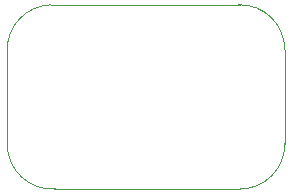
<source format=gko>
%TF.GenerationSoftware,KiCad,Pcbnew,4.0.7-e2-6376~58~ubuntu16.04.1*%
%TF.CreationDate,2017-10-07T14:43:24-07:00*%
%TF.ProjectId,2x3-Potentiometer-P160K-TH,3278332D506F74656E74696F6D657465,v1.3*%
%TF.FileFunction,Profile,NP*%
%FSLAX46Y46*%
G04 Gerber Fmt 4.6, Leading zero omitted, Abs format (unit mm)*
G04 Created by KiCad (PCBNEW 4.0.7-e2-6376~58~ubuntu16.04.1) date Sat Oct  7 14:43:24 2017*
%MOMM*%
%LPD*%
G01*
G04 APERTURE LIST*
%ADD10C,0.350000*%
%ADD11C,0.040640*%
G04 APERTURE END LIST*
D10*
D11*
X22758400Y-24546400D02*
G75*
G03X19065032Y-28446220I106632J-3799820D01*
G01*
X19058400Y-36346400D02*
G75*
G03X23170224Y-40146400I3811824J0D01*
G01*
X38758400Y-40147716D02*
G75*
G03X42558400Y-36246400I0J3801316D01*
G01*
X42559716Y-28346400D02*
G75*
G03X38658400Y-24546400I-3801316J0D01*
G01*
X42558400Y-28346400D02*
X42558400Y-36346400D01*
X38758400Y-24546400D02*
X22758400Y-24546400D01*
X38758400Y-40146400D02*
X23058400Y-40146400D01*
X19060000Y-28346400D02*
X19060000Y-36346400D01*
M02*

</source>
